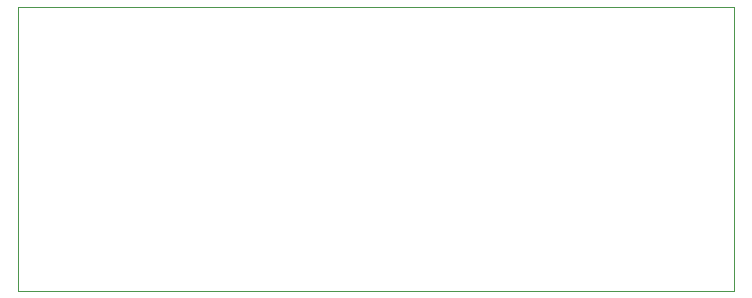
<source format=gbr>
%TF.GenerationSoftware,KiCad,Pcbnew,(6.0.1)*%
%TF.CreationDate,2022-10-21T20:24:01-07:00*%
%TF.ProjectId,DuDad,44754461-642e-46b6-9963-61645f706362,1.3*%
%TF.SameCoordinates,Original*%
%TF.FileFunction,Profile,NP*%
%FSLAX46Y46*%
G04 Gerber Fmt 4.6, Leading zero omitted, Abs format (unit mm)*
G04 Created by KiCad (PCBNEW (6.0.1)) date 2022-10-21 20:24:01*
%MOMM*%
%LPD*%
G01*
G04 APERTURE LIST*
%TA.AperFunction,Profile*%
%ADD10C,0.050000*%
%TD*%
G04 APERTURE END LIST*
D10*
X110600000Y-50000000D02*
X110600000Y-74000000D01*
X50000000Y-50000000D02*
X110600000Y-50000000D01*
X50000000Y-74000000D02*
X110600000Y-74000000D01*
X50000000Y-50000000D02*
X50000000Y-74000000D01*
M02*

</source>
